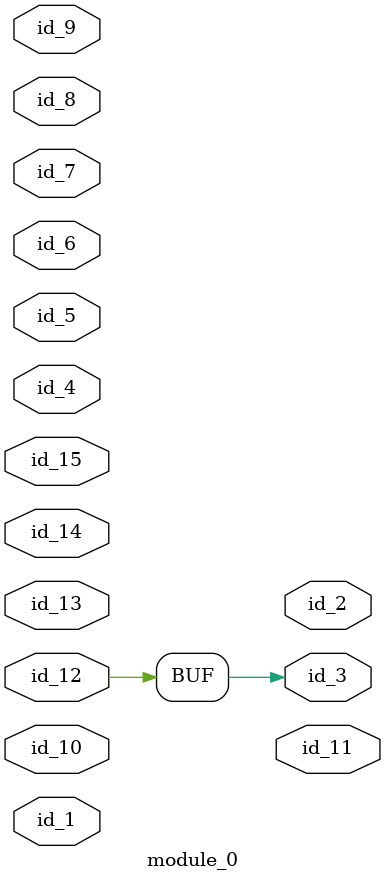
<source format=v>
module module_0 (
    id_1,
    id_2,
    id_3,
    id_4,
    id_5,
    id_6,
    id_7,
    id_8,
    id_9,
    id_10,
    id_11,
    id_12,
    id_13,
    id_14,
    id_15
);
  inout id_15;
  inout id_14;
  inout id_13;
  input id_12;
  output id_11;
  inout id_10;
  input id_9;
  input id_8;
  inout id_7;
  inout id_6;
  inout id_5;
  inout id_4;
  output id_3;
  output id_2;
  input id_1;
  assign id_3 = id_12;
endmodule

</source>
